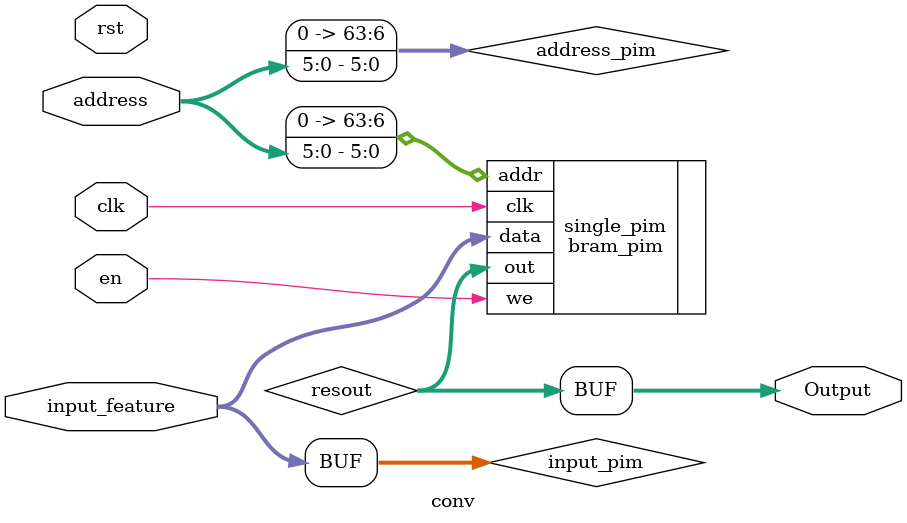
<source format=v>
/*
 * @Author: haozhang-hoge haozhang@mail.sdu.edu.cn
 * @Date: 2022-11-29 10:08:30
 * @LastEditors: haozhang-hoge haozhang@mail.sdu.edu.cn
 * @LastEditTime: 2022-11-29 16:23:45
 * @FilePath: /Smokescreen/Flow/Circuit/CONV/PIM/conv.v
 * @Description: the basic component of PIM
 * 
 * Copyright (c) 2022 by haozhang-hoge haozhang@mail.sdu.edu.cn, All Rights Reserved. 
 */




// Parameter:
// CROSS_SIZE, crossbar size (number of input ports) (default: 64), we use 64 for 64x64 crossbar
// MAP_WIDTH, the column of crossbar we used (default: 6), we use log(64) for 64x64 crossbar
// ADC_P, ADC precision, we use 8 bits ADC
module conv #(parameter CROSS_SIZE = 64, DEPTH = 6, ADC_P = 8) (
	input clk, 
	input rst,
	input en,	// enable
	input [CROSS_SIZE-1:0] input_feature,
	input [DEPTH-1:0] address,
	output [ADC_P-1:0] Output	// size should increase to hold the sum of products
	);
	wire [CROSS_SIZE-1:0] input_pim;
	wire [CROSS_SIZE-1:0] address_pim;
	wire [ADC_P-1:0] resout;
	assign input_pim = input_feature;
	assign address_pim = address;
	bram_pim single_pim(
		.data(input_pim),
		.addr(address_pim),
		.we(en),
		.out(resout),
		.clk(clk)
	);
	assign Output = resout;

endmodule
</source>
